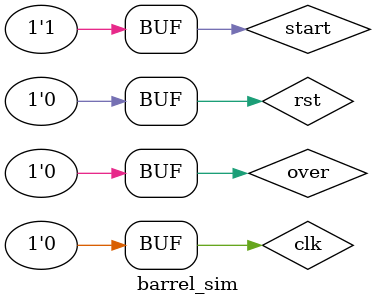
<source format=v>
`timescale 1ns / 1ps


module barrel_sim;

	// Inputs
	reg clk;
	reg rst;
	reg start;
	reg over;

	// Outputs
	wire [9:0] x;
	wire [8:0] y;
	wire [1:0] state;
	wire [2:0] animation_state;
	reg signed [9:0] SPEED_X;
	reg signed [8:0] SPEED_Y;
	wire COLLATION_DOWN;

	// Instantiate the Unit Under Test (UUT)
	barrel uut (
		.clk(clk), 
		.rst(rst), 
		.start(start), 
		.over(over), 
		.x(x), 
		.y(y), 
		.state(state), 
		.animation_state(animation_state),
		.SPEED_X(SPEED_X),
		.SPEED_Y(SPEED_Y),
		.COLLATION_DOWN(COLLATION_DOWN)
	);

	initial begin
		// Initialize Inputs
		clk = 0;
		rst = 0;
		start = 0;
		over = 0;

		// Wait 100 ns for global reset to finish
		#100;
        
		// Add stimulus here
		rst = 0; #50;
		start = 1; #2000;
		over = 1;#50;
		rst = 1; over = 0;#50;
		rst = 0; start = 1; #50;
	end
	
	always begin
		clk = 1'b1;#20;
		clk = 1'b0;#20;
	end
      
endmodule


</source>
